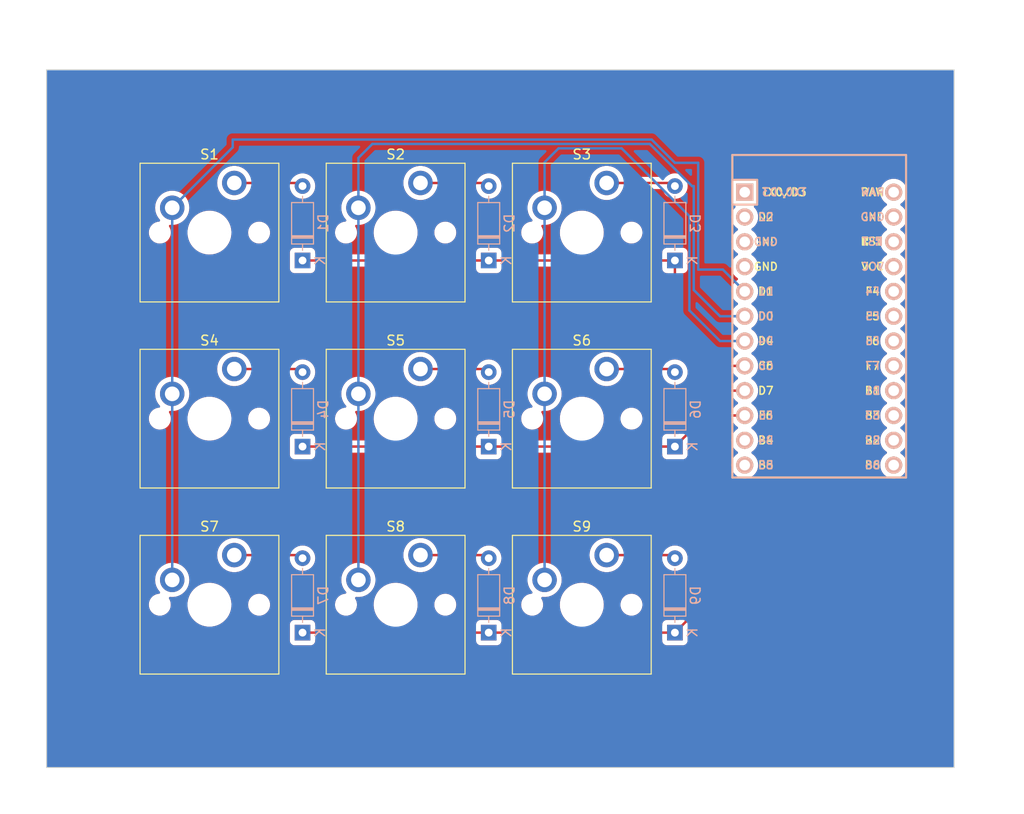
<source format=kicad_pcb>
(kicad_pcb (version 20221018) (generator pcbnew)
  (layers (0 "F.Cu" signal) (31 "B.Cu" signal) (34 "B.Paste" user) (35 "F.Paste" user) (36 "B.SilkS" user "B.Silkscreen") (37 "F.SilkS" user "F.Silkscreen") (38 "B.Mask" user) (39 "F.Mask" user) (44 "Edge.Cuts" user))
  (net 0 "")
  (net 1 "Net-(D1-A)")
  (net 2 "Net-(D2-A)")
  (net 3 "Net-(D3-A)")
  (net 4 "Net-(D4-A)")
  (net 5 "Net-(D5-A)")
  (net 6 "Net-(D6-A)")
  (net 7 "Net-(D7-A)")
  (net 8 "Net-(D8-A)")
  (net 9 "Net-(D9-A)")
  (net 14 "/Column0")
  (net 15 "/Column1")
  (net 16 "/Column2")
  (net 31 "/Row2")
  (net 32 "/Row1")
  (net 33 "/Row0")
  (footprint "ScottoKeebs_MX:MX_PCB_1.00u" (layer "F.Cu") (at 124.795 110.86)
    (fp_text reference "S8" (at 0 -8) (layer "F.SilkS"))
    (fp_text value "Keyswitch")
    (fp_line (start -7.1 -7.1) (end -7.1 7.1) (stroke (width 0.12)) (layer "F.SilkS"))
    (fp_line (start -7.1 7.1) (end 7.1 7.1) (stroke (width 0.12)) (layer "F.SilkS"))
    (fp_line (start 7.1 -7.1) (end -7.1 -7.1) (stroke (width 0.12)) (layer "F.SilkS"))
    (fp_line (start 7.1 7.1) (end 7.1 -7.1) (stroke (width 0.12)) (layer "F.SilkS"))
    (pad "" np_thru_hole circle (at -5.08 0) (size 1.75 1.75) (drill 1.75) (layers "*.Cu" "*.Mask"))
    (pad "" np_thru_hole circle (at 0 0) (size 4 4) (drill 4) (layers "*.Cu" "*.Mask"))
    (pad "" np_thru_hole circle (at 5.08 0) (size 1.75 1.75) (drill 1.75) (layers "*.Cu" "*.Mask"))
    (pad "1" thru_hole circle (at -3.81 -2.54) (size 2.5 2.5) (drill 1.5) (layers "*.Cu" "*.Mask") (net 15 "/Column1"))
    (pad "2" thru_hole circle (at 2.54 -5.08) (size 2.5 2.5) (drill 1.5) (layers "*.Cu" "*.Mask") (net 8 "Net-(D8-A)"))
  )
  (footprint "ScottoKeebs_MCU:Arduino_Pro_Micro" (layer "F.Cu") (at 168.13375 82.595)
    (fp_text reference "U1" hide)
    (fp_text value "Arduino_Pro_Micro" hide)
    (fp_text user "GND" (at -5.461 -8.89) (layer "B.SilkS") (effects (font (size 0.8 0.8)) (justify mirror)))
    (fp_text user "B3" (at 5.461 8.89) (layer "B.SilkS") (effects (font (size 0.8 0.8)) (justify mirror)))
    (fp_text user "B4" (at -5.461 11.43) (layer "B.SilkS") (effects (font (size 0.8 0.8)) (justify mirror)))
    (fp_text user "RAW" (at 5.461 -13.97) (layer "B.SilkS") (effects (font (size 0.8 0.8)) (justify mirror)))
    (fp_text user "D4" (at -5.461 1.27) (layer "B.SilkS") (effects (font (size 0.8 0.8)) (justify mirror)))
    (fp_text user "VCC" (at 5.461 -6.35) (layer "B.SilkS") (effects (font (size 0.8 0.8)) (justify mirror)))
    (fp_text user "F6" (at 5.461 1.27) (layer "B.SilkS") (effects (font (size 0.8 0.8)) (justify mirror)))
    (fp_text user "B2" (at 5.461 11.43) (layer "B.SilkS") (effects (font (size 0.8 0.8)) (justify mirror)))
    (fp_text user "F4" (at 5.461 -3.81) (layer "B.SilkS") (effects (font (size 0.8 0.8)) (justify mirror)))
    (fp_text user "TX0/D3" (at -3.571872 -13.97) (layer "B.SilkS") (effects (font (size 0.8 0.8)) (justify mirror)))
    (fp_text user "D2" (at -5.461 -11.43) (layer "B.SilkS") (effects (font (size 0.8 0.8)) (justify mirror)))
    (fp_text user "B1" (at 5.461 6.35) (layer "B.SilkS") (effects (font (size 0.8 0.8)) (justify mirror)))
    (fp_text user "E6" (at -5.461 8.89) (layer "B.SilkS") (effects (font (size 0.8 0.8)) (justify mirror)))
    (fp_text user "C6" (at -5.461 3.81) (layer "B.SilkS") (effects (font (size 0.8 0.8)) (justify mirror)))
    (fp_text user "D0" (at -5.461 -1.27) (layer "B.SilkS") (effects (font (size 0.8 0.8)) (justify mirror)))
    (fp_text user "F5" (at 5.461 -1.27) (layer "B.SilkS") (effects (font (size 0.8 0.8)) (justify mirror)))
    (fp_text user "ST" (at 5.04 -8.91) (layer "B.SilkS") (effects (font (size 0.8 0.8)) (justify mirror)))
    (fp_text user "F7" (at 5.461 3.81) (layer "B.SilkS") (effects (font (size 0.8 0.8)) (justify mirror)))
    (fp_text user "B6" (at 5.461 13.97) (layer "B.SilkS") (effects (font (size 0.8 0.8)) (justify mirror)))
    (fp_text user "B5" (at -5.461 13.97) (layer "B.SilkS") (effects (font (size 0.8 0.8)) (justify mirror)))
    (fp_text user "GND" (at 5.461 -11.43) (layer "B.SilkS") (effects (font (size 0.8 0.8)) (justify mirror)))
    (fp_text user "D1" (at -5.461 -3.81) (layer "B.SilkS") (effects (font (size 0.8 0.8)) (justify mirror)))
    (fp_text user "B1" (at 5.461 6.35) (layer "F.SilkS") (effects (font (size 0.8 0.8))))
    (fp_text user "D7" (at -5.461 6.35) (layer "F.SilkS") (effects (font (size 0.8 0.8))))
    (fp_text user "D2" (at -5.461 -11.43) (layer "F.SilkS") (effects (font (size 0.8 0.8))))
    (fp_text user "B3" (at 5.461 8.89) (layer "F.SilkS") (effects (font (size 0.8 0.8))))
    (fp_text user "F7" (at 5.461 3.81) (layer "F.SilkS") (effects (font (size 0.8 0.8))))
    (fp_text user "F5" (at 5.461 -1.27) (layer "F.SilkS") (effects (font (size 0.8 0.8))))
    (fp_text user "RAW" (at 5.461 -13.97) (layer "F.SilkS") (effects (font (size 0.8 0.8))))
    (fp_text user "F6" (at 5.461 1.27) (layer "F.SilkS") (effects (font (size 0.8 0.8))))
    (fp_text user "B2" (at 5.461 11.43) (layer "F.SilkS") (effects (font (size 0.8 0.8))))
    (fp_text user "D4" (at -5.461 1.27) (layer "F.SilkS") (effects (font (size 0.8 0.8))))
    (fp_text user "GND" (at -5.461 -8.89) (layer "F.SilkS") (effects (font (size 0.8 0.8))))
    (fp_text user "B5" (at -5.461 13.97) (layer "F.SilkS") (effects (font (size 0.8 0.8))))
    (fp_text user "GND" (at -5.461 -6.35) (layer "F.SilkS") (effects (font (size 0.8 0.8))))
    (fp_text user "B6" (at 5.461 13.97) (layer "F.SilkS") (effects (font (size 0.8 0.8))))
    (fp_text user "E6" (at -5.461 8.89) (layer "F.SilkS") (effects (font (size 0.8 0.8))))
    (fp_text user "D0" (at -5.461 -1.27) (layer "F.SilkS") (effects (font (size 0.8 0.8))))
    (fp_text user "VCC" (at 5.461 -6.35) (layer "F.SilkS") (effects (font (size 0.8 0.8))))
    (fp_text user "GND" (at 5.461 -11.43) (layer "F.SilkS") (effects (font (size 0.8 0.8))))
    (fp_text user "B4" (at -5.461 11.43) (layer "F.SilkS") (effects (font (size 0.8 0.8))))
    (fp_text user "TX0/D3" (at -3.571872 -13.97) (layer "F.SilkS") (effects (font (size 0.8 0.8))))
    (fp_text user "ST" (at 5.73312 -8.92) (layer "F.SilkS") (effects (font (size 0.8 0.8))))
    (fp_text user "C6" (at -5.461 3.81) (layer "F.SilkS") (effects (font (size 0.8 0.8))))
    (fp_text user "D1" (at -5.461 -3.81) (layer "F.SilkS") (effects (font (size 0.8 0.8))))
    (fp_text user "F4" (at 5.461 -3.81) (layer "F.SilkS") (effects (font (size 0.8 0.8))))
    (fp_line (start -8.89 -17.78) (end -8.89 15.24) (stroke (width 0.2)) (layer "B.SilkS"))
    (fp_line (start -8.89 15.24) (end 8.89 15.24) (stroke (width 0.2)) (layer "B.SilkS"))
    (fp_line (start -6.35 -15.24) (end -8.89 -15.24) (stroke (width 0.2)) (layer "B.SilkS"))
    (fp_line (start -6.35 -15.24) (end -6.35 -12.7) (stroke (width 0.2)) (layer "B.SilkS"))
    (fp_line (start -6.35 -12.7) (end -8.89 -12.7) (stroke (width 0.2)) (layer "B.SilkS"))
    (fp_line (start 8.89 -17.78) (end -8.89 -17.78) (stroke (width 0.2)) (layer "B.SilkS"))
    (fp_line (start 8.89 15.24) (end 8.89 -17.78) (stroke (width 0.2)) (layer "B.SilkS"))
    (fp_poly (pts (xy 5.844635 -9.35097) (xy 5.844635 -9.25097) (xy 6.344635 -9.25097) (xy 6.344635 -9.35097)) (stroke (width 0.15)) (fill solid) (layer "B.SilkS"))
    (fp_poly (pts (xy 5.844635 -9.35097) (xy 5.844635 -9.05097) (xy 5.944635 -9.05097) (xy 5.944635 -9.35097)) (stroke (width 0.15)) (fill solid) (layer "B.SilkS"))
    (fp_poly (pts (xy 5.844635 -8.75097) (xy 5.844635 -8.55097) (xy 5.944635 -8.55097) (xy 5.944635 -8.75097)) (stroke (width 0.15)) (fill solid) (layer "B.SilkS"))
    (fp_poly (pts (xy 6.044635 -8.95097) (xy 6.044635 -8.85097) (xy 6.144635 -8.85097) (xy 6.144635 -8.95097)) (stroke (width 0.15)) (fill solid) (layer "B.SilkS"))
    (fp_poly (pts (xy 6.244635 -9.35097) (xy 6.244635 -8.55097) (xy 6.344635 -8.55097) (xy 6.344635 -9.35097)) (stroke (width 0.15)) (fill solid) (layer "B.SilkS"))
    (fp_line (start -8.89 -17.78) (end -8.89 15.24) (stroke (width 0.2)) (layer "F.SilkS"))
    (fp_line (start -8.89 15.24) (end 8.89 15.24) (stroke (width 0.2)) (layer "F.SilkS"))
    (fp_line (start -6.35 -15.24) (end -8.89 -15.24) (stroke (width 0.2)) (layer "F.SilkS"))
    (fp_line (start -6.35 -15.24) (end -6.35 -12.7) (stroke (width 0.2)) (layer "F.SilkS"))
    (fp_line (start -6.35 -12.7) (end -8.89 -12.7) (stroke (width 0.2)) (layer "F.SilkS"))
    (fp_line (start 8.89 -17.78) (end -8.89 -17.78) (stroke (width 0.2)) (layer "F.SilkS"))
    (fp_line (start 8.89 15.24) (end 8.89 -17.78) (stroke (width 0.2)) (layer "F.SilkS"))
    (fp_poly (pts (xy 4.531568 -9.36064) (xy 4.531568 -8.56064) (xy 4.431568 -8.56064) (xy 4.431568 -9.36064)) (stroke (width 0.15)) (fill solid) (layer "F.SilkS"))
    (fp_poly (pts (xy 4.731568 -8.96064) (xy 4.731568 -8.86064) (xy 4.631568 -8.86064) (xy 4.631568 -8.96064)) (stroke (width 0.15)) (fill solid) (layer "F.SilkS"))
    (fp_poly (pts (xy 4.931568 -9.36064) (xy 4.931568 -9.26064) (xy 4.431568 -9.26064) (xy 4.431568 -9.36064)) (stroke (width 0.15)) (fill solid) (layer "F.SilkS"))
    (fp_poly (pts (xy 4.931568 -9.36064) (xy 4.931568 -9.06064) (xy 4.831568 -9.06064) (xy 4.831568 -9.36064)) (stroke (width 0.15)) (fill solid) (layer "F.SilkS"))
    (fp_poly (pts (xy 4.931568 -8.76064) (xy 4.931568 -8.56064) (xy 4.831568 -8.56064) (xy 4.831568 -8.76064)) (stroke (width 0.15)) (fill solid) (layer "F.SilkS"))
    (pad "1" thru_hole rect (at -7.62 -13.97 270) (size 1.7526 1.7526) (drill 1.0922) (layers "*.Cu" "*.SilkS" "*.Mask"))
    (pad "2" thru_hole circle (at -7.62 -11.43 270) (size 1.7526 1.7526) (drill 1.0922) (layers "*.Cu" "*.SilkS" "*.Mask"))
    (pad "3" thru_hole circle (at -7.62 -8.89 270) (size 1.7526 1.7526) (drill 1.0922) (layers "*.Cu" "*.SilkS" "*.Mask"))
    (pad "4" thru_hole circle (at -7.62 -6.35 270) (size 1.7526 1.7526) (drill 1.0922) (layers "*.Cu" "*.SilkS" "*.Mask"))
    (pad "5" thru_hole circle (at -7.62 -3.81 270) (size 1.7526 1.7526) (drill 1.0922) (layers "*.Cu" "*.SilkS" "*.Mask") (net 14 "/Column0"))
    (pad "6" thru_hole circle (at -7.62 -1.27 270) (size 1.7526 1.7526) (drill 1.0922) (layers "*.Cu" "*.SilkS" "*.Mask") (net 15 "/Column1"))
    (pad "7" thru_hole circle (at -7.62 1.27 270) (size 1.7526 1.7526) (drill 1.0922) (layers "*.Cu" "*.SilkS" "*.Mask") (net 16 "/Column2"))
    (pad "8" thru_hole circle (at -7.62 3.81 270) (size 1.7526 1.7526) (drill 1.0922) (layers "*.Cu" "*.SilkS" "*.Mask") (net 33 "/Row0"))
    (pad "9" thru_hole circle (at -7.62 6.35 270) (size 1.7526 1.7526) (drill 1.0922) (layers "*.Cu" "*.SilkS" "*.Mask") (net 32 "/Row1"))
    (pad "10" thru_hole circle (at -7.62 8.89 270) (size 1.7526 1.7526) (drill 1.0922) (layers "*.Cu" "*.SilkS" "*.Mask") (net 31 "/Row2"))
    (pad "11" thru_hole circle (at -7.62 11.43 270) (size 1.7526 1.7526) (drill 1.0922) (layers "*.Cu" "*.SilkS" "*.Mask"))
    (pad "12" thru_hole circle (at -7.62 13.97 270) (size 1.7526 1.7526) (drill 1.0922) (layers "*.Cu" "*.SilkS" "*.Mask"))
    (pad "13" thru_hole circle (at 7.62 13.97 270) (size 1.7526 1.7526) (drill 1.0922) (layers "*.Cu" "*.SilkS" "*.Mask"))
    (pad "14" thru_hole circle (at 7.62 11.43 270) (size 1.7526 1.7526) (drill 1.0922) (layers "*.Cu" "*.SilkS" "*.Mask"))
    (pad "15" thru_hole circle (at 7.62 8.89 270) (size 1.7526 1.7526) (drill 1.0922) (layers "*.Cu" "*.SilkS" "*.Mask"))
    (pad "16" thru_hole circle (at 7.62 6.35 270) (size 1.7526 1.7526) (drill 1.0922) (layers "*.Cu" "*.SilkS" "*.Mask"))
    (pad "17" thru_hole circle (at 7.62 3.81 270) (size 1.7526 1.7526) (drill 1.0922) (layers "*.Cu" "*.SilkS" "*.Mask"))
    (pad "18" thru_hole circle (at 7.62 1.27 270) (size 1.7526 1.7526) (drill 1.0922) (layers "*.Cu" "*.SilkS" "*.Mask"))
    (pad "19" thru_hole circle (at 7.62 -1.27 270) (size 1.7526 1.7526) (drill 1.0922) (layers "*.Cu" "*.SilkS" "*.Mask"))
    (pad "20" thru_hole circle (at 7.62 -3.81 270) (size 1.7526 1.7526) (drill 1.0922) (layers "*.Cu" "*.SilkS" "*.Mask"))
    (pad "21" thru_hole circle (at 7.62 -6.35 270) (size 1.7526 1.7526) (drill 1.0922) (layers "*.Cu" "*.SilkS" "*.Mask"))
    (pad "22" thru_hole circle (at 7.62 -8.89 270) (size 1.7526 1.7526) (drill 1.0922) (layers "*.Cu" "*.SilkS" "*.Mask"))
    (pad "23" thru_hole circle (at 7.62 -11.43 270) (size 1.7526 1.7526) (drill 1.0922) (layers "*.Cu" "*.SilkS" "*.Mask"))
    (pad "24" thru_hole circle (at 7.62 -13.97 270) (size 1.7526 1.7526) (drill 1.0922) (layers "*.Cu" "*.SilkS" "*.Mask"))
  )
  (footprint "ScottoKeebs_MX:MX_PCB_1.00u" (layer "F.Cu") (at 124.795 91.81)
    (fp_text reference "S5" (at 0 -8) (layer "F.SilkS"))
    (fp_text value "Keyswitch")
    (fp_line (start -7.1 -7.1) (end -7.1 7.1) (stroke (width 0.12)) (layer "F.SilkS"))
    (fp_line (start -7.1 7.1) (end 7.1 7.1) (stroke (width 0.12)) (layer "F.SilkS"))
    (fp_line (start 7.1 -7.1) (end -7.1 -7.1) (stroke (width 0.12)) (layer "F.SilkS"))
    (fp_line (start 7.1 7.1) (end 7.1 -7.1) (stroke (width 0.12)) (layer "F.SilkS"))
    (pad "" np_thru_hole circle (at -5.08 0) (size 1.75 1.75) (drill 1.75) (layers "*.Cu" "*.Mask"))
    (pad "" np_thru_hole circle (at 0 0) (size 4 4) (drill 4) (layers "*.Cu" "*.Mask"))
    (pad "" np_thru_hole circle (at 5.08 0) (size 1.75 1.75) (drill 1.75) (layers "*.Cu" "*.Mask"))
    (pad "1" thru_hole circle (at -3.81 -2.54) (size 2.5 2.5) (drill 1.5) (layers "*.Cu" "*.Mask") (net 15 "/Column1"))
    (pad "2" thru_hole circle (at 2.54 -5.08) (size 2.5 2.5) (drill 1.5) (layers "*.Cu" "*.Mask") (net 5 "Net-(D5-A)"))
  )
  (footprint "ScottoKeebs_MX:MX_PCB_1.00u" (layer "F.Cu") (at 105.745 72.76)
    (fp_text reference "S1" (at 0 -8) (layer "F.SilkS"))
    (fp_text value "Keyswitch")
    (fp_line (start -7.1 -7.1) (end -7.1 7.1) (stroke (width 0.12)) (layer "F.SilkS"))
    (fp_line (start -7.1 7.1) (end 7.1 7.1) (stroke (width 0.12)) (layer "F.SilkS"))
    (fp_line (start 7.1 -7.1) (end -7.1 -7.1) (stroke (width 0.12)) (layer "F.SilkS"))
    (fp_line (start 7.1 7.1) (end 7.1 -7.1) (stroke (width 0.12)) (layer "F.SilkS"))
    (pad "" np_thru_hole circle (at -5.08 0) (size 1.75 1.75) (drill 1.75) (layers "*.Cu" "*.Mask"))
    (pad "" np_thru_hole circle (at 0 0) (size 4 4) (drill 4) (layers "*.Cu" "*.Mask"))
    (pad "" np_thru_hole circle (at 5.08 0) (size 1.75 1.75) (drill 1.75) (layers "*.Cu" "*.Mask"))
    (pad "1" thru_hole circle (at -3.81 -2.54) (size 2.5 2.5) (drill 1.5) (layers "*.Cu" "*.Mask") (net 14 "/Column0"))
    (pad "2" thru_hole circle (at 2.54 -5.08) (size 2.5 2.5) (drill 1.5) (layers "*.Cu" "*.Mask") (net 1 "Net-(D1-A)"))
  )
  (footprint "ScottoKeebs_MX:MX_PCB_1.00u" (layer "F.Cu") (at 143.845 72.76)
    (fp_text reference "S3" (at 0 -8) (layer "F.SilkS"))
    (fp_text value "Keyswitch")
    (fp_line (start -7.1 -7.1) (end -7.1 7.1) (stroke (width 0.12)) (layer "F.SilkS"))
    (fp_line (start -7.1 7.1) (end 7.1 7.1) (stroke (width 0.12)) (layer "F.SilkS"))
    (fp_line (start 7.1 -7.1) (end -7.1 -7.1) (stroke (width 0.12)) (layer "F.SilkS"))
    (fp_line (start 7.1 7.1) (end 7.1 -7.1) (stroke (width 0.12)) (layer "F.SilkS"))
    (pad "" np_thru_hole circle (at -5.08 0) (size 1.75 1.75) (drill 1.75) (layers "*.Cu" "*.Mask"))
    (pad "" np_thru_hole circle (at 0 0) (size 4 4) (drill 4) (layers "*.Cu" "*.Mask"))
    (pad "" np_thru_hole circle (at 5.08 0) (size 1.75 1.75) (drill 1.75) (layers "*.Cu" "*.Mask"))
    (pad "1" thru_hole circle (at -3.81 -2.54) (size 2.5 2.5) (drill 1.5) (layers "*.Cu" "*.Mask") (net 16 "/Column2"))
    (pad "2" thru_hole circle (at 2.54 -5.08) (size 2.5 2.5) (drill 1.5) (layers "*.Cu" "*.Mask") (net 3 "Net-(D3-A)"))
  )
  (footprint "ScottoKeebs_MX:MX_PCB_1.00u" (layer "F.Cu") (at 143.845 110.86)
    (fp_text reference "S9" (at 0 -8) (layer "F.SilkS"))
    (fp_text value "Keyswitch")
    (fp_line (start -7.1 -7.1) (end -7.1 7.1) (stroke (width 0.12)) (layer "F.SilkS"))
    (fp_line (start -7.1 7.1) (end 7.1 7.1) (stroke (width 0.12)) (layer "F.SilkS"))
    (fp_line (start 7.1 -7.1) (end -7.1 -7.1) (stroke (width 0.12)) (layer "F.SilkS"))
    (fp_line (start 7.1 7.1) (end 7.1 -7.1) (stroke (width 0.12)) (layer "F.SilkS"))
    (pad "" np_thru_hole circle (at -5.08 0) (size 1.75 1.75) (drill 1.75) (layers "*.Cu" "*.Mask"))
    (pad "" np_thru_hole circle (at 0 0) (size 4 4) (drill 4) (layers "*.Cu" "*.Mask"))
    (pad "" np_thru_hole circle (at 5.08 0) (size 1.75 1.75) (drill 1.75) (layers "*.Cu" "*.Mask"))
    (pad "1" thru_hole circle (at -3.81 -2.54) (size 2.5 2.5) (drill 1.5) (layers "*.Cu" "*.Mask") (net 16 "/Column2"))
    (pad "2" thru_hole circle (at 2.54 -5.08) (size 2.5 2.5) (drill 1.5) (layers "*.Cu" "*.Mask") (net 9 "Net-(D9-A)"))
  )
  (footprint "ScottoKeebs_MX:MX_PCB_1.00u" (layer "F.Cu") (at 105.745 91.81)
    (fp_text reference "S4" (at 0 -8) (layer "F.SilkS"))
    (fp_text value "Keyswitch")
    (fp_line (start -7.1 -7.1) (end -7.1 7.1) (stroke (width 0.12)) (layer "F.SilkS"))
    (fp_line (start -7.1 7.1) (end 7.1 7.1) (stroke (width 0.12)) (layer "F.SilkS"))
    (fp_line (start 7.1 -7.1) (end -7.1 -7.1) (stroke (width 0.12)) (layer "F.SilkS"))
    (fp_line (start 7.1 7.1) (end 7.1 -7.1) (stroke (width 0.12)) (layer "F.SilkS"))
    (pad "" np_thru_hole circle (at -5.08 0) (size 1.75 1.75) (drill 1.75) (layers "*.Cu" "*.Mask"))
    (pad "" np_thru_hole circle (at 0 0) (size 4 4) (drill 4) (layers "*.Cu" "*.Mask"))
    (pad "" np_thru_hole circle (at 5.08 0) (size 1.75 1.75) (drill 1.75) (layers "*.Cu" "*.Mask"))
    (pad "1" thru_hole circle (at -3.81 -2.54) (size 2.5 2.5) (drill 1.5) (layers "*.Cu" "*.Mask") (net 14 "/Column0"))
    (pad "2" thru_hole circle (at 2.54 -5.08) (size 2.5 2.5) (drill 1.5) (layers "*.Cu" "*.Mask") (net 4 "Net-(D4-A)"))
  )
  (footprint "ScottoKeebs_MX:MX_PCB_1.00u" (layer "F.Cu") (at 105.745 110.86)
    (fp_text reference "S7" (at 0 -8) (layer "F.SilkS"))
    (fp_text value "Keyswitch")
    (fp_line (start -7.1 -7.1) (end -7.1 7.1) (stroke (width 0.12)) (layer "F.SilkS"))
    (fp_line (start -7.1 7.1) (end 7.1 7.1) (stroke (width 0.12)) (layer "F.SilkS"))
    (fp_line (start 7.1 -7.1) (end -7.1 -7.1) (stroke (width 0.12)) (layer "F.SilkS"))
    (fp_line (start 7.1 7.1) (end 7.1 -7.1) (stroke (width 0.12)) (layer "F.SilkS"))
    (pad "" np_thru_hole circle (at -5.08 0) (size 1.75 1.75) (drill 1.75) (layers "*.Cu" "*.Mask"))
    (pad "" np_thru_hole circle (at 0 0) (size 4 4) (drill 4) (layers "*.Cu" "*.Mask"))
    (pad "" np_thru_hole circle (at 5.08 0) (size 1.75 1.75) (drill 1.75) (layers "*.Cu" "*.Mask"))
    (pad "1" thru_hole circle (at -3.81 -2.54) (size 2.5 2.5) (drill 1.5) (layers "*.Cu" "*.Mask") (net 14 "/Column0"))
    (pad "2" thru_hole circle (at 2.54 -5.08) (size 2.5 2.5) (drill 1.5) (layers "*.Cu" "*.Mask") (net 7 "Net-(D7-A)"))
  )
  (footprint "ScottoKeebs_MX:MX_PCB_1.00u" (layer "F.Cu") (at 143.845 91.81)
    (fp_text reference "S6" (at 0 -8) (layer "F.SilkS"))
    (fp_text value "Keyswitch")
    (fp_line (start -7.1 -7.1) (end -7.1 7.1) (stroke (width 0.12)) (layer "F.SilkS"))
    (fp_line (start -7.1 7.1) (end 7.1 7.1) (stroke (width 0.12)) (layer "F.SilkS"))
    (fp_line (start 7.1 -7.1) (end -7.1 -7.1) (stroke (width 0.12)) (layer "F.SilkS"))
    (fp_line (start 7.1 7.1) (end 7.1 -7.1) (stroke (width 0.12)) (layer "F.SilkS"))
    (pad "" np_thru_hole circle (at -5.08 0) (size 1.75 1.75) (drill 1.75) (layers "*.Cu" "*.Mask"))
    (pad "" np_thru_hole circle (at 0 0) (size 4 4) (drill 4) (layers "*.Cu" "*.Mask"))
    (pad "" np_thru_hole circle (at 5.08 0) (size 1.75 1.75) (drill 1.75) (layers "*.Cu" "*.Mask"))
    (pad "1" thru_hole circle (at -3.81 -2.54) (size 2.5 2.5) (drill 1.5) (layers "*.Cu" "*.Mask") (net 16 "/Column2"))
    (pad "2" thru_hole circle (at 2.54 -5.08) (size 2.5 2.5) (drill 1.5) (layers "*.Cu" "*.Mask") (net 6 "Net-(D6-A)"))
  )
  (footprint "ScottoKeebs_MX:MX_PCB_1.00u" (layer "F.Cu") (at 124.795 72.76)
    (fp_text reference "S2" (at 0 -8) (layer "F.SilkS"))
    (fp_text value "Keyswitch")
    (fp_line (start -7.1 -7.1) (end -7.1 7.1) (stroke (width 0.12)) (layer "F.SilkS"))
    (fp_line (start -7.1 7.1) (end 7.1 7.1) (stroke (width 0.12)) (layer "F.SilkS"))
    (fp_line (start 7.1 -7.1) (end -7.1 -7.1) (stroke (width 0.12)) (layer "F.SilkS"))
    (fp_line (start 7.1 7.1) (end 7.1 -7.1) (stroke (width 0.12)) (layer "F.SilkS"))
    (pad "" np_thru_hole circle (at -5.08 0) (size 1.75 1.75) (drill 1.75) (layers "*.Cu" "*.Mask"))
    (pad "" np_thru_hole circle (at 0 0) (size 4 4) (drill 4) (layers "*.Cu" "*.Mask"))
    (pad "" np_thru_hole circle (at 5.08 0) (size 1.75 1.75) (drill 1.75) (layers "*.Cu" "*.Mask"))
    (pad "1" thru_hole circle (at -3.81 -2.54) (size 2.5 2.5) (drill 1.5) (layers "*.Cu" "*.Mask") (net 15 "/Column1"))
    (pad "2" thru_hole circle (at 2.54 -5.08) (size 2.5 2.5) (drill 1.5) (layers "*.Cu" "*.Mask") (net 2 "Net-(D2-A)"))
  )
  (footprint "ScottoKeebs_Components:Diode_DO-35" (layer "B.Cu") (at 153.37 75.6175 90)
    (fp_text reference "D3" (at 3.81 2.12 90) (layer "B.SilkS") (effects (justify mirror)))
    (fp_text value "Diode")
    (fp_text user "K" (at 0 1.8 90) (layer "B.SilkS") (effects (justify mirror)))
    (fp_line (start 1.04 0) (end 1.69 0) (stroke (width 0.12)) (layer "B.SilkS"))
    (fp_line (start 1.69 -1.12) (end 5.93 -1.12) (stroke (width 0.12)) (layer "B.SilkS"))
    (fp_line (start 1.69 1.12) (end 1.69 -1.12) (stroke (width 0.12)) (layer "B.SilkS"))
    (fp_line (start 2.29 1.12) (end 2.29 -1.12) (stroke (width 0.12)) (layer "B.SilkS"))
    (fp_line (start 2.41 1.12) (end 2.41 -1.12) (stroke (width 0.12)) (layer "B.SilkS"))
    (fp_line (start 2.53 1.12) (end 2.53 -1.12) (stroke (width 0.12)) (layer "B.SilkS"))
    (fp_line (start 5.93 -1.12) (end 5.93 1.12) (stroke (width 0.12)) (layer "B.SilkS"))
    (fp_line (start 5.93 1.12) (end 1.69 1.12) (stroke (width 0.12)) (layer "B.SilkS"))
    (fp_line (start 6.58 0) (end 5.93 0) (stroke (width 0.12)) (layer "B.SilkS"))
    (pad "1" thru_hole rect (at 0 0 90) (size 1.6 1.6) (drill 0.8) (layers "*.Cu" "*.Mask") (net 33 "/Row0"))
    (pad "2" thru_hole oval (at 7.62 0 90) (size 1.6 1.6) (drill 0.8) (layers "*.Cu" "*.Mask") (net 3 "Net-(D3-A)"))
  )
  (footprint "ScottoKeebs_Components:Diode_DO-35" (layer "B.Cu") (at 115.27 75.6175 90)
    (fp_text reference "D1" (at 3.81 2.12 90) (layer "B.SilkS") (effects (justify mirror)))
    (fp_text value "Diode")
    (fp_text user "K" (at 0 1.8 90) (layer "B.SilkS") (effects (justify mirror)))
    (fp_line (start 1.04 0) (end 1.69 0) (stroke (width 0.12)) (layer "B.SilkS"))
    (fp_line (start 1.69 -1.12) (end 5.93 -1.12) (stroke (width 0.12)) (layer "B.SilkS"))
    (fp_line (start 1.69 1.12) (end 1.69 -1.12) (stroke (width 0.12)) (layer "B.SilkS"))
    (fp_line (start 2.29 1.12) (end 2.29 -1.12) (stroke (width 0.12)) (layer "B.SilkS"))
    (fp_line (start 2.41 1.12) (end 2.41 -1.12) (stroke (width 0.12)) (layer "B.SilkS"))
    (fp_line (start 2.53 1.12) (end 2.53 -1.12) (stroke (width 0.12)) (layer "B.SilkS"))
    (fp_line (start 5.93 -1.12) (end 5.93 1.12) (stroke (width 0.12)) (layer "B.SilkS"))
    (fp_line (start 5.93 1.12) (end 1.69 1.12) (stroke (width 0.12)) (layer "B.SilkS"))
    (fp_line (start 6.58 0) (end 5.93 0) (stroke (width 0.12)) (layer "B.SilkS"))
    (pad "1" thru_hole rect (at 0 0 90) (size 1.6 1.6) (drill 0.8) (layers "*.Cu" "*.Mask") (net 33 "/Row0"))
    (pad "2" thru_hole oval (at 7.62 0 90) (size 1.6 1.6) (drill 0.8) (layers "*.Cu" "*.Mask") (net 1 "Net-(D1-A)"))
  )
  (footprint "ScottoKeebs_Components:Diode_DO-35" (layer "B.Cu") (at 115.27 94.6675 90)
    (fp_text reference "D4" (at 3.81 2.12 90) (layer "B.SilkS") (effects (justify mirror)))
    (fp_text value "Diode")
    (fp_text user "K" (at 0 1.8 90) (layer "B.SilkS") (effects (justify mirror)))
    (fp_line (start 1.04 0) (end 1.69 0) (stroke (width 0.12)) (layer "B.SilkS"))
    (fp_line (start 1.69 -1.12) (end 5.93 -1.12) (stroke (width 0.12)) (layer "B.SilkS"))
    (fp_line (start 1.69 1.12) (end 1.69 -1.12) (stroke (width 0.12)) (layer "B.SilkS"))
    (fp_line (start 2.29 1.12) (end 2.29 -1.12) (stroke (width 0.12)) (layer "B.SilkS"))
    (fp_line (start 2.41 1.12) (end 2.41 -1.12) (stroke (width 0.12)) (layer "B.SilkS"))
    (fp_line (start 2.53 1.12) (end 2.53 -1.12) (stroke (width 0.12)) (layer "B.SilkS"))
    (fp_line (start 5.93 -1.12) (end 5.93 1.12) (stroke (width 0.12)) (layer "B.SilkS"))
    (fp_line (start 5.93 1.12) (end 1.69 1.12) (stroke (width 0.12)) (layer "B.SilkS"))
    (fp_line (start 6.58 0) (end 5.93 0) (stroke (width 0.12)) (layer "B.SilkS"))
    (pad "1" thru_hole rect (at 0 0 90) (size 1.6 1.6) (drill 0.8) (layers "*.Cu" "*.Mask") (net 32 "/Row1"))
    (pad "2" thru_hole oval (at 7.62 0 90) (size 1.6 1.6) (drill 0.8) (layers "*.Cu" "*.Mask") (net 4 "Net-(D4-A)"))
  )
  (footprint "ScottoKeebs_Components:Diode_DO-35" (layer "B.Cu") (at 115.27 113.7175 90)
    (fp_text reference "D7" (at 3.81 2.12 90) (layer "B.SilkS") (effects (justify mirror)))
    (fp_text value "Diode")
    (fp_text user "K" (at 0 1.8 90) (layer "B.SilkS") (effects (justify mirror)))
    (fp_line (start 1.04 0) (end 1.69 0) (stroke (width 0.12)) (layer "B.SilkS"))
    (fp_line (start 1.69 -1.12) (end 5.93 -1.12) (stroke (width 0.12)) (layer "B.SilkS"))
    (fp_line (start 1.69 1.12) (end 1.69 -1.12) (stroke (width 0.12)) (layer "B.SilkS"))
    (fp_line (start 2.29 1.12) (end 2.29 -1.12) (stroke (width 0.12)) (layer "B.SilkS"))
    (fp_line (start 2.41 1.12) (end 2.41 -1.12) (stroke (width 0.12)) (layer "B.SilkS"))
    (fp_line (start 2.53 1.12) (end 2.53 -1.12) (stroke (width 0.12)) (layer "B.SilkS"))
    (fp_line (start 5.93 -1.12) (end 5.93 1.12) (stroke (width 0.12)) (layer "B.SilkS"))
    (fp_line (start 5.93 1.12) (end 1.69 1.12) (stroke (width 0.12)) (layer "B.SilkS"))
    (fp_line (start 6.58 0) (end 5.93 0) (stroke (width 0.12)) (layer "B.SilkS"))
    (pad "1" thru_hole rect (at 0 0 90) (size 1.6 1.6) (drill 0.8) (layers "*.Cu" "*.Mask") (net 31 "/Row2"))
    (pad "2" thru_hole oval (at 7.62 0 90) (size 1.6 1.6) (drill 0.8) (layers "*.Cu" "*.Mask") (net 7 "Net-(D7-A)"))
  )
  (footprint "ScottoKeebs_Components:Diode_DO-35" (layer "B.Cu") (at 134.32 113.7175 90)
    (fp_text reference "D8" (at 3.81 2.12 90) (layer "B.SilkS") (effects (justify mirror)))
    (fp_text value "Diode")
    (fp_text user "K" (at 0 1.8 90) (layer "B.SilkS") (effects (justify mirror)))
    (fp_line (start 1.04 0) (end 1.69 0) (stroke (width 0.12)) (layer "B.SilkS"))
    (fp_line (start 1.69 -1.12) (end 5.93 -1.12) (stroke (width 0.12)) (layer "B.SilkS"))
    (fp_line (start 1.69 1.12) (end 1.69 -1.12) (stroke (width 0.12)) (layer "B.SilkS"))
    (fp_line (start 2.29 1.12) (end 2.29 -1.12) (stroke (width 0.12)) (layer "B.SilkS"))
    (fp_line (start 2.41 1.12) (end 2.41 -1.12) (stroke (width 0.12)) (layer "B.SilkS"))
    (fp_line (start 2.53 1.12) (end 2.53 -1.12) (stroke (width 0.12)) (layer "B.SilkS"))
    (fp_line (start 5.93 -1.12) (end 5.93 1.12) (stroke (width 0.12)) (layer "B.SilkS"))
    (fp_line (start 5.93 1.12) (end 1.69 1.12) (stroke (width 0.12)) (layer "B.SilkS"))
    (fp_line (start 6.58 0) (end 5.93 0) (stroke (width 0.12)) (layer "B.SilkS"))
    (pad "1" thru_hole rect (at 0 0 90) (size 1.6 1.6) (drill 0.8) (layers "*.Cu" "*.Mask") (net 31 "/Row2"))
    (pad "2" thru_hole oval (at 7.62 0 90) (size 1.6 1.6) (drill 0.8) (layers "*.Cu" "*.Mask") (net 8 "Net-(D8-A)"))
  )
  (footprint "ScottoKeebs_Components:Diode_DO-35" (layer "B.Cu") (at 134.32 75.6175 90)
    (fp_text reference "D2" (at 3.81 2.12 90) (layer "B.SilkS") (effects (justify mirror)))
    (fp_text value "Diode")
    (fp_text user "K" (at 0 1.8 90) (layer "B.SilkS") (effects (justify mirror)))
    (fp_line (start 1.04 0) (end 1.69 0) (stroke (width 0.12)) (layer "B.SilkS"))
    (fp_line (start 1.69 -1.12) (end 5.93 -1.12) (stroke (width 0.12)) (layer "B.SilkS"))
    (fp_line (start 1.69 1.12) (end 1.69 -1.12) (stroke (width 0.12)) (layer "B.SilkS"))
    (fp_line (start 2.29 1.12) (end 2.29 -1.12) (stroke (width 0.12)) (layer "B.SilkS"))
    (fp_line (start 2.41 1.12) (end 2.41 -1.12) (stroke (width 0.12)) (layer "B.SilkS"))
    (fp_line (start 2.53 1.12) (end 2.53 -1.12) (stroke (width 0.12)) (layer "B.SilkS"))
    (fp_line (start 5.93 -1.12) (end 5.93 1.12) (stroke (width 0.12)) (layer "B.SilkS"))
    (fp_line (start 5.93 1.12) (end 1.69 1.12) (stroke (width 0.12)) (layer "B.SilkS"))
    (fp_line (start 6.58 0) (end 5.93 0) (stroke (width 0.12)) (layer "B.SilkS"))
    (pad "1" thru_hole rect (at 0 0 90) (size 1.6 1.6) (drill 0.8) (layers "*.Cu" "*.Mask") (net 33 "/Row0"))
    (pad "2" thru_hole oval (at 7.62 0 90) (size 1.6 1.6) (drill 0.8) (layers "*.Cu" "*.Mask") (net 2 "Net-(D2-A)"))
  )
  (footprint "ScottoKeebs_Components:Diode_DO-35" (layer "B.Cu") (at 134.32 94.6675 90)
    (fp_text reference "D5" (at 3.81 2.12 90) (layer "B.SilkS") (effects (justify mirror)))
    (fp_text value "Diode")
    (fp_text user "K" (at 0 1.8 90) (layer "B.SilkS") (effects (justify mirror)))
    (fp_line (start 1.04 0) (end 1.69 0) (stroke (width 0.12)) (layer "B.SilkS"))
    (fp_line (start 1.69 -1.12) (end 5.93 -1.12) (stroke (width 0.12)) (layer "B.SilkS"))
    (fp_line (start 1.69 1.12) (end 1.69 -1.12) (stroke (width 0.12)) (layer "B.SilkS"))
    (fp_line (start 2.29 1.12) (end 2.29 -1.12) (stroke (width 0.12)) (layer "B.SilkS"))
    (fp_line (start 2.41 1.12) (end 2.41 -1.12) (stroke (width 0.12)) (layer "B.SilkS"))
    (fp_line (start 2.53 1.12) (end 2.53 -1.12) (stroke (width 0.12)) (layer "B.SilkS"))
    (fp_line (start 5.93 -1.12) (end 5.93 1.12) (stroke (width 0.12)) (layer "B.SilkS"))
    (fp_line (start 5.93 1.12) (end 1.69 1.12) (stroke (width 0.12)) (layer "B.SilkS"))
    (fp_line (start 6.58 0) (end 5.93 0) (stroke (width 0.12)) (layer "B.SilkS"))
    (pad "1" thru_hole rect (at 0 0 90) (size 1.6 1.6) (drill 0.8) (layers "*.Cu" "*.Mask") (net 32 "/Row1"))
    (pad "2" thru_hole oval (at 7.62 0 90) (size 1.6 1.6) (drill 0.8) (layers "*.Cu" "*.Mask") (net 5 "Net-(D5-A)"))
  )
  (footprint "ScottoKeebs_Components:Diode_DO-35" (layer "B.Cu") (at 153.37 113.7175 90)
    (fp_text reference "D9" (at 3.81 2.12 90) (layer "B.SilkS") (effects (justify mirror)))
    (fp_text value "Diode")
    (fp_text user "K" (at 0 1.8 90) (layer "B.SilkS") (effects (justify mirror)))
    (fp_line (start 1.04 0) (end 1.69 0) (stroke (width 0.12)) (layer "B.SilkS"))
    (fp_line (start 1.69 -1.12) (end 5.93 -1.12) (stroke (width 0.12)) (layer "B.SilkS"))
    (fp_line (start 1.69 1.12) (end 1.69 -1.12) (stroke (width 0.12)) (layer "B.SilkS"))
    (fp_line (start 2.29 1.12) (end 2.29 -1.12) (stroke (width 0.12)) (layer "B.SilkS"))
    (fp_line (start 2.41 1.12) (end 2.41 -1.12) (stroke (width 0.12)) (layer "B.SilkS"))
    (fp_line (start 2.53 1.12) (end 2.53 -1.12) (stroke (width 0.12)) (layer "B.SilkS"))
    (fp_line (start 5.93 -1.12) (end 5.93 1.12) (stroke (width 0.12)) (layer "B.SilkS"))
    (fp_line (start 5.93 1.12) (end 1.69 1.12) (stroke (width 0.12)) (layer "B.SilkS"))
    (fp_line (start 6.58 0) (end 5.93 0) (stroke (width 0.12)) (layer "B.SilkS"))
    (pad "1" thru_hole rect (at 0 0 90) (size 1.6 1.6) (drill 0.8) (layers "*.Cu" "*.Mask") (net 31 "/Row2"))
    (pad "2" thru_hole oval (at 7.62 0 90) (size 1.6 1.6) (drill 0.8) (layers "*.Cu" "*.Mask") (net 9 "Net-(D9-A)"))
  )
  (footprint "ScottoKeebs_Components:Diode_DO-35" (layer "B.Cu") (at 153.37 94.6675 90)
    (fp_text reference "D6" (at 3.81 2.12 90) (layer "B.SilkS") (effects (justify mirror)))
    (fp_text value "Diode")
    (fp_text user "K" (at 0 1.8 90) (layer "B.SilkS") (effects (justify mirror)))
    (fp_line (start 1.04 0) (end 1.69 0) (stroke (width 0.12)) (layer "B.SilkS"))
    (fp_line (start 1.69 -1.12) (end 5.93 -1.12) (stroke (width 0.12)) (layer "B.SilkS"))
    (fp_line (start 1.69 1.12) (end 1.69 -1.12) (stroke (width 0.12)) (layer "B.SilkS"))
    (fp_line (start 2.29 1.12) (end 2.29 -1.12) (stroke (width 0.12)) (layer "B.SilkS"))
    (fp_line (start 2.41 1.12) (end 2.41 -1.12) (stroke (width 0.12)) (layer "B.SilkS"))
    (fp_line (start 2.53 1.12) (end 2.53 -1.12) (stroke (width 0.12)) (layer "B.SilkS"))
    (fp_line (start 5.93 -1.12) (end 5.93 1.12) (stroke (width 0.12)) (layer "B.SilkS"))
    (fp_line (start 5.93 1.12) (end 1.69 1.12) (stroke (width 0.12)) (layer "B.SilkS"))
    (fp_line (start 6.58 0) (end 5.93 0) (stroke (width 0.12)) (layer "B.SilkS"))
    (pad "1" thru_hole rect (at 0 0 90) (size 1.6 1.6) (drill 0.8) (layers "*.Cu" "*.Mask") (net 32 "/Row1"))
    (pad "2" thru_hole oval (at 7.62 0 90) (size 1.6 1.6) (drill 0.8) (layers "*.Cu" "*.Mask") (net 6 "Net-(D6-A)"))
  )
  (gr_rect (start 89.07625 56.09125) (end 181.945 127.52875) (stroke (width 0.1)) (fill none) (layer "Edge.Cuts"))
  (segment (start 114.9525 67.68) (end 115.27 67.9975) (width 0.25) (layer "F.Cu") (net 1))
  (segment (start 108.285 67.68) (end 114.9525 67.68) (width 0.25) (layer "F.Cu") (net 1))
  (segment (start 127.335 67.68) (end 134.0025 67.68) (width 0.25) (layer "F.Cu") (net 2))
  (segment (start 134.0025 67.68) (end 134.32 67.9975) (width 0.25) (layer "F.Cu") (net 2))
  (segment (start 146.385 67.68) (end 153.0525 67.68) (width 0.25) (layer "F.Cu") (net 3))
  (segment (start 153.0525 67.68) (end 153.37 67.9975) (width 0.25) (layer "F.Cu") (net 3))
  (segment (start 108.285 86.73) (end 114.9525 86.73) (width 0.25) (layer "F.Cu") (net 4))
  (segment (start 114.9525 86.73) (end 115.27 87.0475) (width 0.25) (layer "F.Cu") (net 4))
  (segment (start 127.335 86.73) (end 134.0025 86.73) (width 0.25) (layer "F.Cu") (net 5))
  (segment (start 134.0025 86.73) (end 134.32 87.0475) (width 0.25) (layer "F.Cu") (net 5))
  (segment (start 153.0525 86.73) (end 153.37 87.0475) (width 0.25) (layer "F.Cu") (net 6))
  (segment (start 146.385 86.73) (end 153.0525 86.73) (width 0.25) (layer "F.Cu") (net 6))
  (segment (start 108.285 105.78) (end 114.9525 105.78) (width 0.25) (layer "F.Cu") (net 7))
  (segment (start 114.9525 105.78) (end 115.27 106.0975) (width 0.25) (layer "F.Cu") (net 7))
  (segment (start 127.335 105.78) (end 134.0025 105.78) (width 0.25) (layer "F.Cu") (net 8))
  (segment (start 134.0025 105.78) (end 134.32 106.0975) (width 0.25) (layer "F.Cu") (net 8))
  (segment (start 146.385 105.78) (end 153.0525 105.78) (width 0.25) (layer "F.Cu") (net 9))
  (segment (start 153.0525 105.78) (end 153.37 106.0975) (width 0.25) (layer "F.Cu") (net 9))
  (segment (start 155.75125 65.61625) (end 155.75125 76.54625) (width 0.25) (layer "B.Cu") (net 14))
  (segment (start 108.12625 64.02875) (end 108.12625 63.235) (width 0.25) (layer "B.Cu") (net 14))
  (segment (start 108.12625 63.235) (end 150.98875 63.235) (width 0.25) (layer "B.Cu") (net 14))
  (segment (start 101.935 70.22) (end 108.12625 64.02875) (width 0.25) (layer "B.Cu") (net 14))
  (segment (start 153.37 65.61625) (end 155.75125 65.61625) (width 0.25) (layer "B.Cu") (net 14))
  (segment (start 160.51375 78.785) (end 158.275 76.54625) (width 0.25) (layer "B.Cu") (net 14))
  (segment (start 150.98875 63.235) (end 153.37 65.61625) (width 0.25) (layer "B.Cu") (net 14))
  (segment (start 101.935 70.22) (end 101.935 108.32) (width 0.25) (layer "B.Cu") (net 14))
  (segment (start 158.275 76.54625) (end 155.75125 76.54625) (width 0.25) (layer "B.Cu") (net 14))
  (segment (start 120.985 70.22) (end 120.985 65.11375) (width 0.25) (layer "B.Cu") (net 15))
  (segment (start 155.114854 67.9975) (end 155.30125 67.9975) (width 0.25) (layer "B.Cu") (net 15))
  (segment (start 155.30125 78.63625) (end 157.99 81.325) (width 0.25) (layer "B.Cu") (net 15))
  (segment (start 150.802354 63.685) (end 155.114854 67.9975) (width 0.25) (layer "B.Cu") (net 15))
  (segment (start 120.985 70.22) (end 120.985 108.32) (width 0.25) (layer "B.Cu") (net 15))
  (segment (start 155.30125 67.9975) (end 155.30125 78.63625) (width 0.25) (layer "B.Cu") (net 15))
  (segment (start 122.41375 63.685) (end 150.802354 63.685) (width 0.25) (layer "B.Cu") (net 15))
  (segment (start 160.51375 81.325) (end 157.99 81.325) (width 0.25) (layer "B.Cu") (net 15))
  (segment (start 120.985 65.11375) (end 122.41375 63.685) (width 0.25) (layer "B.Cu") (net 15))
  (segment (start 140.035 70.22) (end 140.035 108.32) (width 0.25) (layer "B.Cu") (net 16))
  (segment (start 154.85125 80.72625) (end 157.99 83.865) (width 0.25) (layer "B.Cu") (net 16))
  (segment (start 141.46375 64.135) (end 147.91651 64.135) (width 0.25) (layer "B.Cu") (net 16))
  (segment (start 154.85125 71.06974) (end 154.85125 80.72625) (width 0.25) (layer "B.Cu") (net 16))
  (segment (start 140.035 70.22) (end 140.035 65.56375) (width 0.25) (layer "B.Cu") (net 16))
  (segment (start 147.91651 64.135) (end 154.85125 71.06974) (width 0.25) (layer "B.Cu") (net 16))
  (segment (start 160.51375 83.865) (end 157.99 83.865) (width 0.25) (layer "B.Cu") (net 16))
  (segment (start 140.035 65.56375) (end 141.46375 64.135) (width 0.25) (layer "B.Cu") (net 16))
  (segment (start 154.495 112.11625) (end 155.75125 110.86) (width 0.25) (layer "F.Cu") (net 31))
  (segment (start 115.27 113.7175) (end 153.37 113.7175) (width 0.25) (layer "F.Cu") (net 31))
  (segment (start 154.495 112.5925) (end 154.495 112.11625) (width 0.25) (layer "F.Cu") (net 31))
  (segment (start 160.51375 91.485) (end 157.99 91.485) (width 0.25) (layer "F.Cu") (net 31))
  (segment (start 155.75125 93.72375) (end 157.99 91.485) (width 0.25) (layer "F.Cu") (net 31))
  (segment (start 155.75125 110.86) (end 155.75125 93.72375) (width 0.25) (layer "F.Cu") (net 31))
  (segment (start 153.37 113.7175) (end 154.495 112.5925) (width 0.25) (layer "F.Cu") (net 31))
  (segment (start 153.37 94.6675) (end 155.3512 92.6863) (width 0.25) (layer "F.Cu") (net 32))
  (segment (start 155.3512 92.6863) (end 155.3512 91.5838) (width 0.25) (layer "F.Cu") (net 32))
  (segment (start 155.3512 91.5838) (end 157.99 88.945) (width 0.25) (layer "F.Cu") (net 32))
  (segment (start 160.51375 88.945) (end 157.99 88.945) (width 0.25) (layer "F.Cu") (net 32))
  (segment (start 115.27 94.6675) (end 153.37 94.6675) (width 0.25) (layer "F.Cu") (net 32))
  (segment (start 153.37 81.785) (end 157.99 86.405) (width 0.25) (layer "F.Cu") (net 33))
  (segment (start 160.51375 86.405) (end 157.99 86.405) (width 0.25) (layer "F.Cu") (net 33))
  (segment (start 115.27 75.6175) (end 153.37 75.6175) (width 0.25) (layer "F.Cu") (net 33))
  (segment (start 153.37 75.6175) (end 153.37 81.785) (width 0.25) (layer "F.Cu") (net 33))
  (zone (net 0) (net_name "") (layers "F&B.Cu") (connect_pads (clearance 0.5)) (min_thickness 0.25) (fill yes (thermal_gap 0.5) (thermal_bridge_width 0.5) (island_removal_mode 1) (island_area_min 10))
    (polygon (pts (xy 86.695 48.9475) (xy 189.08875 48.9475) (xy 189.08875 132.29125) (xy 84.31375 132.29125)))
  )
)
</source>
